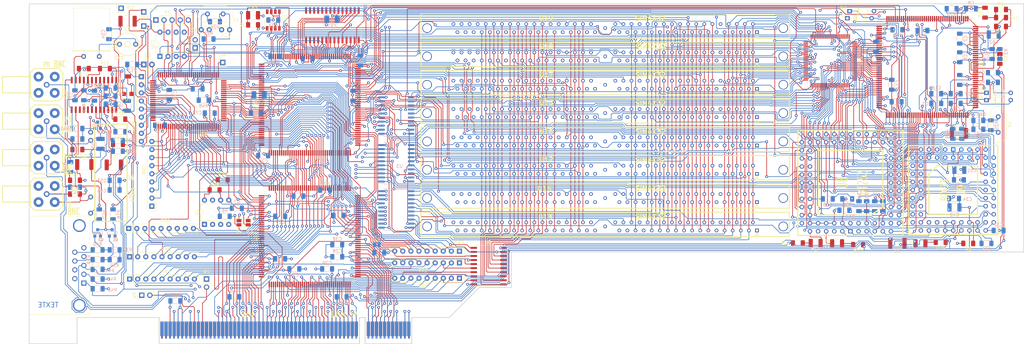
<source format=kicad_pcb>
(kicad_pcb (version 20231007) (generator pcbnew)

  (general
    (thickness 1.600198)
  )

  (paper "A3")
  (title_block
    (title "KiCad demo")
    (date "2015-10-14")
    (rev "1.A")
  )

  (layers
    (0 "F.Cu" signal "top_copper")
    (1 "In1.Cu" signal "GND_layer")
    (2 "In2.Cu" signal "VCC_layer")
    (31 "B.Cu" signal "bottom_copper")
    (32 "B.Adhes" user "B.Adhesive")
    (33 "F.Adhes" user "F.Adhesive")
    (34 "B.Paste" user)
    (35 "F.Paste" user)
    (36 "B.SilkS" user "B.Silkscreen")
    (37 "F.SilkS" user "F.Silkscreen")
    (38 "B.Mask" user)
    (39 "F.Mask" user)
    (40 "Dwgs.User" user "User.Drawings")
    (41 "Cmts.User" user "User.Comments")
    (42 "Eco1.User" user "User.Eco1")
    (43 "Eco2.User" user "User.Eco2")
    (44 "Edge.Cuts" user)
    (45 "Margin" user)
    (46 "B.CrtYd" user "B.Courtyard")
    (47 "F.CrtYd" user "F.Courtyard")
    (48 "B.Fab" user)
    (49 "F.Fab" user)
  )

  (setup
    (stackup
      (layer "F.SilkS" (type "Top Silk Screen") (color "White"))
      (layer "F.Paste" (type "Top Solder Paste"))
      (layer "F.Mask" (type "Top Solder Mask") (color "Green") (thickness 0.01))
      (layer "F.Cu" (type "copper") (thickness 0.035))
      (layer "dielectric 1" (type "core") (thickness 0.480066) (material "FR4") (epsilon_r 4.5) (loss_tangent 0.02))
      (layer "In1.Cu" (type "copper") (thickness 0.035))
      (layer "dielectric 2" (type "prepreg") (thickness 0.480066) (material "FR4") (epsilon_r 4.5) (loss_tangent 0.02))
      (layer "In2.Cu" (type "copper") (thickness 0.035))
      (layer "dielectric 3" (type "core") (thickness 0.480066) (material "FR4") (epsilon_r 4.5) (loss_tangent 0.02))
      (layer "B.Cu" (type "copper") (thickness 0.035))
      (layer "B.Mask" (type "Bottom Solder Mask") (color "Green") (thickness 0.01))
      (layer "B.Paste" (type "Bottom Solder Paste"))
      (layer "B.SilkS" (type "Bottom Silk Screen") (color "White"))
      (copper_finish "HAL lead-free")
      (dielectric_constraints no)
    )
    (pad_to_mask_clearance 0)
    (aux_axis_origin 40.9 173.1)
    (pcbplotparams
      (layerselection 0x00010fc_ffffffff)
      (plot_on_all_layers_selection 0x0001000_00000000)
      (disableapertmacros false)
      (usegerberextensions false)
      (usegerberattributes true)
      (usegerberadvancedattributes true)
      (creategerberjobfile true)
      (dashed_line_dash_ratio 12.000000)
      (dashed_line_gap_ratio 3.000000)
      (svgprecision 6)
      (plotframeref false)
      (viasonmask false)
      (mode 1)
      (useauxorigin false)
      (hpglpennumber 1)
      (hpglpenspeed 20)
      (hpglpendiameter 15.000000)
      (pdf_front_fp_property_popups true)
      (pdf_back_fp_property_popups true)
      (dxfpolygonmode true)
      (dxfimperialunits true)
      (dxfusepcbnewfont true)
      (psnegative false)
      (psa4output false)
      (plotreference true)
      (plotvalue true)
      (plotfptext true)
      (plotinvisibletext false)
      (sketchpadsonfab false)
      (subtractmaskfromsilk false)
      (outputformat 1)
      (mirror false)
      (drillshape 0)
      (scaleselection 1)
      (outputdirectory "plots")
    )
  )

  (net 0 "")
  (net 1 "+12V")
  (net 2 "+3.3V")
  (net 3 "+5F")
  (net 4 "/ESVIDEO-RVB/OE_RVB-")
  (net 5 "/ESVIDEO-RVB/REF+")
  (net 6 "/ESVIDEO-RVB/VAA")
  (net 7 "/buspci.sch/EA1")
  (net 8 "/buspci.sch/EA10")
  (net 9 "/buspci.sch/EA11")
  (net 10 "/buspci.sch/EA12")
  (net 11 "/buspci.sch/EA13")
  (net 12 "/buspci.sch/EA14")
  (net 13 "/buspci.sch/EA15")
  (net 14 "/buspci.sch/EA2")
  (net 15 "/buspci.sch/EA3")
  (net 16 "/buspci.sch/EA4")
  (net 17 "/buspci.sch/EA5")
  (net 18 "/buspci.sch/EA6")
  (net 19 "/buspci.sch/EA7")
  (net 20 "/buspci.sch/EA9")
  (net 21 "/buspci.sch/EQ0")
  (net 22 "/buspci.sch/EQ1")
  (net 23 "/buspci.sch/EQ2")
  (net 24 "/buspci.sch/EQ3")
  (net 25 "/buspci.sch/EQ4")
  (net 26 "/buspci.sch/EQ5")
  (net 27 "/buspci.sch/EQ6")
  (net 28 "/buspci.sch/EQ7")
  (net 29 "/buspci.sch/P_AD0")
  (net 30 "/buspci.sch/P_AD1")
  (net 31 "/buspci.sch/P_AD10")
  (net 32 "/buspci.sch/P_AD11")
  (net 33 "/buspci.sch/P_AD12")
  (net 34 "/buspci.sch/P_AD13")
  (net 35 "/buspci.sch/P_AD14")
  (net 36 "/buspci.sch/P_AD15")
  (net 37 "/buspci.sch/P_AD16")
  (net 38 "/buspci.sch/P_AD17")
  (net 39 "/buspci.sch/P_AD18")
  (net 40 "/buspci.sch/P_AD19")
  (net 41 "/buspci.sch/P_AD2")
  (net 42 "/buspci.sch/P_AD20")
  (net 43 "/buspci.sch/P_AD21")
  (net 44 "/buspci.sch/P_AD22")
  (net 45 "/buspci.sch/P_AD23")
  (net 46 "/buspci.sch/P_AD24")
  (net 47 "/buspci.sch/P_AD25")
  (net 48 "/buspci.sch/P_AD26")
  (net 49 "/buspci.sch/P_AD27")
  (net 50 "/buspci.sch/P_AD28")
  (net 51 "/buspci.sch/P_AD29")
  (net 52 "/buspci.sch/P_AD3")
  (net 53 "/buspci.sch/P_AD30")
  (net 54 "/buspci.sch/P_AD31")
  (net 55 "/buspci.sch/P_AD4")
  (net 56 "/buspci.sch/P_AD5")
  (net 57 "/buspci.sch/P_AD6")
  (net 58 "/buspci.sch/P_AD7")
  (net 59 "/buspci.sch/P_AD8")
  (net 60 "/buspci.sch/P_AD9")
  (net 61 "unconnected-(BUS1-TRST#-PadA1)")
  (net 62 "unconnected-(BUS1-3.3VAUX-PadA14)")
  (net 63 "Net-(BUS1-TDI)")
  (net 64 "unconnected-(BUS1-TCK-PadB2)")
  (net 65 "/buspci.sch/P_CLK")
  (net 66 "/buspci.sch/P_DEVSEL#")
  (net 67 "/buspci.sch/P_FRAME#")
  (net 68 "/buspci.sch/P_GNT#")
  (net 69 "/buspci.sch/P_IDSEL")
  (net 70 "/buspci.sch/P_INTA#")
  (net 71 "/buspci.sch/P_IRDY#")
  (net 72 "/buspci.sch/P_LOCK#")
  (net 73 "/buspci.sch/P_PAR")
  (net 74 "/buspci.sch/P_PERR#")
  (net 75 "/buspci.sch/P_REQ#")
  (net 76 "/buspci.sch/P_RST#")
  (net 77 "/buspci.sch/P_SERR#")
  (net 78 "/buspci.sch/P_STOP#")
  (net 79 "/buspci.sch/P_TRDY#")
  (net 80 "/graphic/14MHZOUT")
  (net 81 "/graphic/CCLK")
  (net 82 "/graphic/CLK10MHz")
  (net 83 "/graphic/CSIO-")
  (net 84 "/graphic/DIN")
  (net 85 "/graphic/DONE")
  (net 86 "/graphic/HDOUT")
  (net 87 "/graphic/HDREFOUT")
  (net 88 "/graphic/IA0")
  (net 89 "/graphic/IA1")
  (net 90 "/graphic/IA2")
  (net 91 "/graphic/IA3")
  (net 92 "/graphic/IA4")
  (net 93 "/graphic/IA5")
  (net 94 "/graphic/IA6")
  (net 95 "/graphic/IA7")
  (net 96 "/graphic/IA8")
  (net 97 "/graphic/IA9")
  (net 98 "/graphic/ICAS-")
  (net 99 "/graphic/ID0")
  (net 100 "/graphic/ID1")
  (net 101 "/graphic/ID2")
  (net 102 "/graphic/ID3")
  (net 103 "/graphic/IOE-")
  (net 104 "/graphic/IRAS-")
  (net 105 "/graphic/IWR-")
  (net 106 "/graphic/LED")
  (net 107 "/graphic/PROG*")
  (net 108 "/graphic/RESERV1")
  (net 109 "/graphic/VOSC")
  (net 110 "/graphic/XTAL_I")
  (net 111 "/graphic/X_DIN")
  (net 112 "/modul/CHROM")
  (net 113 "/modul/CVBS")
  (net 114 "/modul/LUM")
  (net 115 "/pal-ntsc.sch/C-VIDEO")
  (net 116 "/pal-ntsc.sch/VAF")
  (net 117 "/pal-ntsc.sch/Y-VIDEO")
  (net 118 "/pal-ntsc.sch/Y_SYNC")
  (net 119 "GND")
  (net 120 "unconnected-(BUS1-RESERVED-PadA13)")
  (net 121 "unconnected-(BUS1--12V-PadB1)")
  (net 122 "unconnected-(BUS1-RESERVED-PadA40)")
  (net 123 "unconnected-(BUS1-RESERVED-PadB12)")
  (net 124 "unconnected-(BUS1-RESERVED-PadA12)")
  (net 125 "unconnected-(BUS1-TCK-PadB2)_0")
  (net 126 "unconnected-(BUS1--12V-PadB1)_0")
  (net 127 "unconnected-(BUS1-RESERVED-PadB14)")
  (net 128 "/buspci.sch/P_C{slash}BE0#")
  (net 129 "unconnected-(BUS1-TMS-PadA3)")
  (net 130 "unconnected-(BUS1-INTC#-PadA7)")
  (net 131 "unconnected-(BUS1-RESERVED-PadA11)")
  (net 132 "Net-(BUS1-PRSNT1#)")
  (net 133 "unconnected-(BUS1-RESERVED-PadB13)")
  (net 134 "Net-(BUS1-PRSNT2#)")
  (net 135 "unconnected-(BUS1-TRST#-PadA1)_0")
  (net 136 "/buspci.sch/P_C{slash}BE3#")
  (net 137 "/buspci.sch/P_C{slash}BE2#")
  (net 138 "/buspci.sch/P_C{slash}BE1#")
  (net 139 "unconnected-(BUS1-RESERVED-PadA12)_0")
  (net 140 "Net-(C1-Pad1)")
  (net 141 "Net-(U10-SYNC_DET)")
  (net 142 "Net-(C3-Pad1)")
  (net 143 "Net-(C4-Pad1)")
  (net 144 "Net-(U10-VIN_C)")
  (net 145 "Net-(C5-Pad2)")
  (net 146 "Net-(U10-CREF+)")
  (net 147 "Net-(U10-CLEVEL)")
  (net 148 "Net-(U10-VIN_Y{slash}COMP.)")
  (net 149 "Net-(C8-Pad2)")
  (net 150 "Net-(U10-N{slash}C)")
  (net 151 "Net-(U9-VREF)")
  (net 152 "Net-(U9-IREF)")
  (net 153 "Net-(U9-COMP)")
  (net 154 "Net-(U8-CEXT2)")
  (net 155 "Net-(C36-Pad2)")
  (net 156 "Net-(U8-RVID0)")
  (net 157 "Net-(C39-Pad2)")
  (net 158 "Net-(U8-GVID0)")
  (net 159 "Net-(C40-Pad2)")
  (net 160 "Net-(U8-BVID0)")
  (net 161 "Net-(C41-Pad2)")
  (net 162 "Net-(U20-VOFF)")
  (net 163 "Net-(U20-UOFF)")
  (net 164 "Net-(U20-FLT)")
  (net 165 "Net-(C46-Pad1)")
  (net 166 "Net-(U20-VREF)")
  (net 167 "Net-(C49-Pad1)")
  (net 168 "Net-(U20-VCC)")
  (net 169 "Net-(U20-B)")
  (net 170 "Net-(U20-G)")
  (net 171 "Net-(U20-R)")
  (net 172 "Net-(C61-Pad1)")
  (net 173 "Net-(U20-CS)")
  (net 174 "Net-(U10-XTAL1_OUT)")
  (net 175 "Net-(U10-XTAL1_IN)")
  (net 176 "Net-(CV1-Pad1)")
  (net 177 "Net-(D6-A)")
  (net 178 "Net-(U20-NOTCH)")
  (net 179 "Net-(L6-Pad1)")
  (net 180 "Net-(U20-Y+SIN)")
  (net 181 "Net-(P4-P1)")
  (net 182 "Net-(U23-SGCK3)")
  (net 183 "Net-(U23-P87)")
  (net 184 "Net-(U23-PGCK4)")
  (net 185 "Net-(POT1-Pad1)")
  (net 186 "Net-(Q1-E)")
  (net 187 "Net-(Q1-B)")
  (net 188 "Net-(Q2-E)")
  (net 189 "Net-(Q2-B)")
  (net 190 "Net-(Q3-E)")
  (net 191 "Net-(Q3-B)")
  (net 192 "Net-(U20-MCTR)")
  (net 193 "Net-(U11-MODE_16{slash}32)")
  (net 194 "Net-(U11-FLT#)")
  (net 195 "Net-(U11-SNV)")
  (net 196 "Net-(U20-B{slash}ADJ)")
  (net 197 "Net-(U20-Y+SOUT)")
  (net 198 "Net-(U10-OUT_C)")
  (net 199 "Net-(U10-R{slash}2)")
  (net 200 "Net-(U1-SCL)")
  (net 201 "Net-(U1-SDA)")
  (net 202 "Net-(U8-CEXT1)")
  (net 203 "Net-(U8-RSET)")
  (net 204 "unconnected-(BUS1-RESERVED-PadA41)")
  (net 205 "unconnected-(BUS1-RESERVED-PadA9)")
  (net 206 "unconnected-(BUS1-RESERVED-PadA40)_0")
  (net 207 "Net-(U8-BIN)")
  (net 208 "+5V")
  (net 209 "/GREEN_IN")
  (net 210 "/RED_IN")
  (net 211 "/RED_OUT")
  (net 212 "/GREEN_OUT")
  (net 213 "/BLUE_OUT")
  (net 214 "/C_OUT")
  (net 215 "/Y_OUT")
  (net 216 "/BLUE_IN")
  (net 217 "/CSYNC-OUT")
  (net 218 "/IRQ_SRL")
  (net 219 "/SELECT-")
  (net 220 "/modul/CVBSOUT")
  (net 221 "/{slash}PCWR")
  (net 222 "/PTATN-")
  (net 223 "/X_IRQ")
  (net 224 "/PTADR-")
  (net 225 "/RDFIFO-")
  (net 226 "/WRFIFDO-")
  (net 227 "/PTRDY-")
  (net 228 "/ACCES_RAM-")
  (net 229 "/WRITE_RAM")
  (net 230 "/CSYNCIN-")
  (net 231 "/RDCAD-")
  (net 232 "/WRCAD-")
  (net 233 "/CLAMP")
  (net 234 "/CLKCAD")
  (net 235 "/BLANK-")
  (net 236 "/CLKCDA")
  (net 237 "/RDCDA-")
  (net 238 "/WRCDA-")
  (net 239 "/OE_PAL-")
  (net 240 "/VD_PAL-")
  (net 241 "/HD_PAL-")
  (net 242 "/BT812_WR-")
  (net 243 "/BT812_RD-")
  (net 244 "/SYSRST-")
  (net 245 "/F_PALIN")
  (net 246 "/PTNUM1")
  (net 247 "/PTNUM0")
  (net 248 "/IRQ-")
  (net 249 "/BPCLK")
  (net 250 "/WRFULL")
  (net 251 "/RDEMPTY")
  (net 252 "/PTWR")
  (net 253 "/PTBURST")
  (net 254 "/RAS5-")
  (net 255 "/CAS0-")
  (net 256 "/CAS1-")
  (net 257 "/CAS2-")
  (net 258 "/CAS3-")
  (net 259 "/WRAM-")
  (net 260 "/RAS7-")
  (net 261 "/RAS6-")
  (net 262 "/RAS3-")
  (net 263 "/RAS4-")
  (net 264 "/RAS2-")
  (net 265 "/RAS1-")
  (net 266 "/RAS0-")
  (net 267 "/X_PROG-")
  (net 268 "/X_DATA")
  (net 269 "/X_CLK")
  (net 270 "/ACQ_ON")
  (net 271 "/X_DONE")
  (net 272 "/{slash}PCRD")
  (net 273 "/DQ29")
  (net 274 "/DQ30")
  (net 275 "/DQ31")
  (net 276 "/DQ26")
  (net 277 "/DQ27")
  (net 278 "/DQ28")
  (net 279 "/DQ25")
  (net 280 "/DQ24")
  (net 281 "/DQ17")
  (net 282 "/DQ16")
  (net 283 "/DQ23")
  (net 284 "/DQ22")
  (net 285 "/DQ21")
  (net 286 "/DQ19")
  (net 287 "/DQ18")
  (net 288 "/DQ20")
  (net 289 "/DQ7")
  (net 290 "/DQ6")
  (net 291 "/DQ5")
  (net 292 "/DQ4")
  (net 293 "/DQ3")
  (net 294 "/DQ2")
  (net 295 "/DQ1")
  (net 296 "/DQ0")
  (net 297 "/DQ8")
  (net 298 "/DQ9")
  (net 299 "/DQ10")
  (net 300 "/DQ11")
  (net 301 "/DQ12")
  (net 302 "/DQ13")
  (net 303 "/DQ14")
  (net 304 "/DQ15")
  (net 305 "/TVRAM0")
  (net 306 "/TVRAM1")
  (net 307 "/TVRAM2")
  (net 308 "/TVRAM3")
  (net 309 "/TVRAM4")
  (net 310 "/TVRAM5")
  (net 311 "/TVRAM6")
  (net 312 "/TVRAM7")
  (net 313 "/TVRAM8")
  (net 314 "/TVRAM9")
  (net 315 "/TVRAM10")
  (net 316 "/TVRAM11")
  (net 317 "/TVRAM12")
  (net 318 "/TVRAM13")
  (net 319 "/TVRAM14")
  (net 320 "/TVRAM15")
  (net 321 "/TVRAM16")
  (net 322 "/TVRAM17")
  (net 323 "/TVRAM18")
  (net 324 "/TVRAM19")
  (net 325 "/TVRAM20")
  (net 326 "/TVRAM21")
  (net 327 "/TVRAM22")
  (net 328 "/TVRAM23")
  (net 329 "/TVRAM24")
  (net 330 "/TVRAM25")
  (net 331 "/TVRAM26")
  (net 332 "/TVRAM27")
  (net 333 "/TVRAM28")
  (net 334 "/TVRAM29")
  (net 335 "/TVRAM30")
  (net 336 "/TVRAM31")
  (net 337 "/PCA0")
  (net 338 "/PCA1")
  (net 339 "/PCA2")
  (net 340 "/TVB7")
  (net 341 "/TVB6")
  (net 342 "/TVB5")
  (net 343 "/TVB4")
  (net 344 "/TVB3")
  (net 345 "/TVB2")
  (net 346 "/TVB1")
  (net 347 "/TVB0")
  (net 348 "/TVG7")
  (net 349 "/TVG6")
  (net 350 "/TVG5")
  (net 351 "/TVG4")
  (net 352 "/TVG3")
  (net 353 "/TVG2")
  (net 354 "/TVG1")
  (net 355 "/TVG0")
  (net 356 "/TVR7")
  (net 357 "/TVR6")
  (net 358 "/TVR5")
  (net 359 "/TVR4")
  (net 360 "/TVR3")
  (net 361 "/TVR2")
  (net 362 "/TVR1")
  (net 363 "/TVR0")
  (net 364 "/TVI0")
  (net 365 "/TVI1")
  (net 366 "/ADR6")
  (net 367 "/ADR2")
  (net 368 "/ADR3")
  (net 369 "/ADR4")
  (net 370 "/ADR5")
  (net 371 "/BE-1")
  (net 372 "/BE-2")
  (net 373 "/BE-3")
  (net 374 "/PTBE-3")
  (net 375 "/PTBE-2")
  (net 376 "/PTBE-1")
  (net 377 "/PTBE-0")
  (net 378 "/BE-0")
  (net 379 "/MXA0")
  (net 380 "/MXA1")
  (net 381 "/MXA2")
  (net 382 "/MXA3")
  (net 383 "/MXA4")
  (net 384 "/MXA5")
  (net 385 "/MXA6")
  (net 386 "/MXA10")
  (net 387 "/MXA7")
  (net 388 "/MXA8")
  (net 389 "/MXA9")
  (net 390 "Net-(U8-GIN)")
  (net 391 "Net-(U8-RIN)")
  (net 392 "unconnected-(BUS1-INTD#-PadB8)")
  (net 393 "unconnected-(BUS1-3.3VAUX-PadA14)_0")
  (net 394 "unconnected-(BUS1-RESERVED-PadB14)_0")
  (net 395 "unconnected-(BUS1-ACK64#-PadB60)")
  (net 396 "unconnected-(BUS1-REQ64#-PadA60)")
  (net 397 "unconnected-(BUS1-RESERVED-PadB10)")
  (net 398 "unconnected-(BUS1-RESERVED-PadA11)_0")
  (net 399 "unconnected-(BUS1-RESERVED-PadB10)_0")
  (net 400 "unconnected-(BUS1-REQ64#-PadA60)_0")
  (net 401 "unconnected-(BUS1-RESERVED-PadA13)_0")
  (net 402 "unconnected-(BUS1-INTB#-PadB7)")
  (net 403 "unconnected-(BUS1-TMS-PadA3)_0")
  (net 404 "unconnected-(BUS1-RESERVED-PadB12)_0")
  (net 405 "unconnected-(BUS1-ACK64#-PadB60)_0")
  (net 406 "unconnected-(BUS1-RESERVED-PadA41)_0")
  (net 407 "unconnected-(BUS1-PME#-PadA19)")
  (net 408 "unconnected-(BUS1-INTC#-PadA7)_0")
  (net 409 "unconnected-(BUS1-INTD#-PadB8)_0")
  (net 410 "unconnected-(BUS1-RESERVED-PadB13)_0")
  (net 411 "unconnected-(BUS1-INTB#-PadB7)_0")
  (net 412 "unconnected-(BUS1-PME#-PadA19)_0")
  (net 413 "unconnected-(BUS1-RESERVED-PadA9)_0")
  (net 414 "unconnected-(U7-CLK{slash}2-Pad8)")
  (net 415 "unconnected-(U8-RVID1-Pad81)")
  (net 416 "unconnected-(U8-BVID1-Pad74)")
  (net 417 "unconnected-(U8-GVID1-Pad77)")
  (net 418 "unconnected-(U8-SYNC1-Pad5)")
  (net 419 "unconnected-(U8-SYNC0-Pad4)")
  (net 420 "unconnected-(U9-CR0-Pad27)")
  (net 421 "unconnected-(U9-S1-Pad6)")
  (net 422 "unconnected-(U9-CR3-Pad30)")
  (net 423 "unconnected-(U9-S0-Pad5)")
  (net 424 "unconnected-(U10-FIELD_1-Pad25)")
  (net 425 "unconnected-(U10-VID1_C-Pad127)")
  (net 426 "unconnected-(U10-VID1_Y-Pad154)")
  (net 427 "unconnected-(U10-VACTIVE-Pad33)")
  (net 428 "unconnected-(U10-CBFLAG-Pad28)")
  (net 429 "unconnected-(U10-VID2_C-Pad129)")
  (net 430 "unconnected-(U10-VID3_C-Pad131)")
  (net 431 "unconnected-(U10-CAPTURE-Pad38)")
  (net 432 "unconnected-(U10-SERROR-Pad37)")
  (net 433 "unconnected-(U10-VID3_Y-Pad150)")
  (net 434 "unconnected-(U10-FIELD_2-Pad27)")
  (net 435 "unconnected-(U10-ACTIVE-Pad32)")
  (net 436 "unconnected-(U10-XTAL2_IN-Pad106)")
  (net 437 "unconnected-(U10-HACTIVE-Pad35)")
  (net 438 "unconnected-(U10-CLKX2-Pad105)")
  (net 439 "unconnected-(U10-XTAL2_OUT-Pad107)")
  (net 440 "unconnected-(U10-FIELD_0-Pad26)")
  (net 441 "unconnected-(U10-VALID-Pad29)")
  (net 442 "unconnected-(U10-VID2_Y-Pad152)")
  (net 443 "unconnected-(U10-TDO-Pad101)")
  (net 444 "unconnected-(U11-NC-Pad136)")
  (net 445 "unconnected-(U11-NC-Pad134)")
  (net 446 "unconnected-(U12-NC-Pad38)")
  (net 447 "unconnected-(U12-NC-Pad33)")
  (net 448 "unconnected-(U12-NC-Pad37)")
  (net 449 "unconnected-(U12-NC-Pad66)")
  (net 450 "unconnected-(U12-NC-Pad11)")
  (net 451 "unconnected-(U12-PRD1-Pad68)")
  (net 452 "unconnected-(U12-PRD2-Pad69)")
  (net 453 "unconnected-(U12-NC-Pad45)")
  (net 454 "unconnected-(U12-NC-Pad71)")
  (net 455 "Net-(U20-OSC)")
  (net 456 "unconnected-(U12-NC-Pad36)")
  (net 457 "unconnected-(U12-NC-Pad29)")
  (net 458 "unconnected-(U12-PRD3-Pad70)")
  (net 459 "unconnected-(U12-NC-Pad48)")
  (net 460 "unconnected-(U12-PRD0-Pad67)")
  (net 461 "unconnected-(U12-NC-Pad46)")
  (net 462 "unconnected-(U12-NC-Pad35)")
  (net 463 "unconnected-(U13-PRD3-Pad70)")
  (net 464 "unconnected-(U13-NC-Pad37)")
  (net 465 "unconnected-(U13-PRD1-Pad68)")
  (net 466 "unconnected-(U13-NC-Pad11)")
  (net 467 "unconnected-(U13-NC-Pad35)")
  (net 468 "unconnected-(U13-NC-Pad33)")
  (net 469 "unconnected-(U13-NC-Pad71)")
  (net 470 "unconnected-(U13-NC-Pad36)")
  (net 471 "unconnected-(U13-NC-Pad29)")
  (net 472 "unconnected-(U13-NC-Pad46)")
  (net 473 "unconnected-(U13-NC-Pad45)")
  (net 474 "unconnected-(U13-NC-Pad48)")
  (net 475 "unconnected-(U13-NC-Pad38)")
  (net 476 "unconnected-(U13-PRD2-Pad69)")
  (net 477 "unconnected-(U13-PRD0-Pad67)")
  (net 478 "unconnected-(U13-NC-Pad66)")
  (net 479 "unconnected-(U14-NC-Pad66)")
  (net 480 "unconnected-(U14-PRD3-Pad70)")
  (net 481 "unconnected-(U14-PRD0-Pad67)")
  (net 482 "unconnected-(U14-NC-Pad29)")
  (net 483 "unconnected-(U14-NC-Pad36)")
  (net 484 "unconnected-(U14-NC-Pad33)")
  (net 485 "unconnected-(U14-NC-Pad38)")
  (net 486 "unconnected-(U14-PRD2-Pad69)")
  (net 487 "unconnected-(U14-NC-Pad46)")
  (net 488 "unconnected-(U14-NC-Pad35)")
  (net 489 "unconnected-(U14-NC-Pad11)")
  (net 490 "unconnected-(U14-NC-Pad71)")
  (net 491 "unconnected-(U14-NC-Pad37)")
  (net 492 "unconnected-(U14-NC-Pad48)")
  (net 493 "unconnected-(U14-PRD1-Pad68)")
  (net 494 "unconnected-(U14-NC-Pad45)")
  (net 495 "unconnected-(U15-NC-Pad38)")
  (net 496 "unconnected-(U15-PRD1-Pad68)")
  (net 497 "unconnected-(U15-NC-Pad45)")
  (net 498 "unconnected-(U15-NC-Pad36)")
  (net 499 "unconnected-(U15-NC-Pad35)")
  (net 500 "unconnected-(U15-PRD3-Pad70)")
  (net 501 "unconnected-(U15-NC-Pad66)")
  (net 502 "unconnected-(U15-NC-Pad33)")
  (net 503 "unconnected-(U15-PRD0-Pad67)")
  (net 504 "unconnected-(U15-PRD2-Pad69)")
  (net 505 "unconnected-(U15-NC-Pad29)")
  (net 506 "unconnected-(U15-NC-Pad11)")
  (net 507 "unconnected-(U15-NC-Pad48)")
  (net 508 "unconnected-(U15-NC-Pad71)")
  (net 509 "unconnected-(U15-NC-Pad46)")
  (net 510 "unconnected-(U15-NC-Pad37)")
  (net 511 "unconnected-(U16-NC-Pad37)")
  (net 512 "unconnected-(U16-NC-Pad48)")
  (net 513 "unconnected-(U16-PRD0-Pad67)")
  (net 514 "unconnected-(U16-NC-Pad35)")
  (net 515 "unconnected-(U16-NC-Pad45)")
  (net 516 "unconnected-(U16-NC-Pad66)")
  (net 517 "unconnected-(U16-NC-Pad46)")
  (net 518 "unconnected-(U16-PRD2-Pad69)")
  (net 519 "unconnected-(U16-NC-Pad71)")
  (net 520 "unconnected-(U16-PRD1-Pad68)")
  (net 521 "unconnected-(U16-NC-Pad36)")
  (net 522 "unconnected-(U16-NC-Pad38)")
  (net 523 "unconnected-(U16-NC-Pad11)")
  (net 524 "unconnected-(U16-NC-Pad29)")
  (net 525 "unconnected-(U16-NC-Pad33)")
  (net 526 "unconnected-(U16-PRD3-Pad70)")
  (net 527 "unconnected-(U17-NC-Pad66)")
  (net 528 "unconnected-(U17-NC-Pad71)")
  (net 529 "unconnected-(U17-NC-Pad48)")
  (net 530 "unconnected-(U17-NC-Pad36)")
  (net 531 "unconnected-(U17-NC-Pad33)")
  (net 532 "unconnected-(U17-NC-Pad35)")
  (net 533 "unconnected-(U17-NC-Pad11)")
  (net 534 "unconnected-(U17-PRD1-Pad68)")
  (net 535 "unconnected-(U17-NC-Pad45)")
  (net 536 "unconnected-(U17-NC-Pad29)")
  (net 537 "unconnected-(U17-PRD0-Pad67)")
  (net 538 "unconnected-(U17-PRD2-Pad69)")
  (net 539 "unconnected-(U17-NC-Pad38)")
  (net 540 "unconnected-(U17-NC-Pad37)")
  (net 541 "unconnected-(U17-NC-Pad46)")
  (net 542 "unconnected-(U17-PRD3-Pad70)")
  (net 543 "unconnected-(U18-NC-Pad33)")
  (net 544 "unconnected-(U18-PRD3-Pad70)")
  (net 545 "unconnected-(U18-NC-Pad36)")
  (net 546 "unconnected-(U18-NC-Pad46)")
  (net 547 "unconnected-(U18-PRD1-Pad68)")
  (net 548 "unconnected-(U18-NC-Pad66)")
  (net 549 "unconnected-(U18-NC-Pad71)")
  (net 550 "unconnected-(U18-NC-Pad37)")
  (net 551 "unconnected-(U18-PRD2-Pad69)")
  (net 552 "unconnected-(U18-NC-Pad29)")
  (net 553 "unconnected-(U18-NC-Pad11)")
  (net 554 "unconnected-(U18-NC-Pad48)")
  (net 555 "unconnected-(U18-NC-Pad45)")
  (net 556 "unconnected-(U18-NC-Pad38)")
  (net 557 "unconnected-(U18-NC-Pad35)")
  (net 558 "unconnected-(U18-PRD0-Pad67)")
  (net 559 "unconnected-(U19-NC-Pad33)")
  (net 560 "unconnected-(U19-NC-Pad66)")
  (net 561 "unconnected-(U19-PRD2-Pad69)")
  (net 562 "unconnected-(U19-NC-Pad37)")
  (net 563 "unconnected-(U19-NC-Pad29)")
  (net 564 "unconnected-(U19-NC-Pad48)")
  (net 565 "unconnected-(U19-PRD0-Pad67)")
  (net 566 "unconnected-(U19-NC-Pad71)")
  (net 567 "unconnected-(U19-NC-Pad38)")
  (net 568 "unconnected-(U19-NC-Pad35)")
  (net 569 "unconnected-(U19-NC-Pad36)")
  (net 570 "unconnected-(U19-NC-Pad11)")
  (net 571 "unconnected-(U19-PRD3-Pad70)")
  (net 572 "unconnected-(U19-NC-Pad45)")
  (net 573 "unconnected-(U19-PRD1-Pad68)")
  (net 574 "unconnected-(U19-NC-Pad46)")
  (net 575 "unconnected-(U20-H{slash}2-Pad4)")
  (net 576 "unconnected-(U20-Y-Pad5)")
  (net 577 "unconnected-(U20--B.Y-Pad3)")
  (net 578 "unconnected-(U20--R.Y-Pad1)")
  (net 579 "unconnected-(U21-CEO-Pad6)")
  (net 580 "unconnected-(U22-P65-Pad65)")
  (net 581 "unconnected-(U22-P15-Pad15)")
  (net 582 "unconnected-(U22-P{slash}LDC-Pad30)")
  (net 583 "unconnected-(U22-P{slash}TDI-Pad4)")
  (net 584 "unconnected-(U22-PGCK2-Pad27)")
  (net 585 "unconnected-(U22-P{slash}A3-Pad6)")
  (net 586 "unconnected-(U22-TDO-Pad76)")
  (net 587 "unconnected-(U22-P14-Pad14)")
  (net 588 "unconnected-(U22-P66-Pad66)")
  (net 589 "unconnected-(U22-P{slash}A17-Pad3)")
  (net 590 "unconnected-(U22-P{slash}TCK-Pad5)")
  (net 591 "unconnected-(U22-P{slash}A4-Pad10)")
  (net 592 "unconnected-(U22-DOUT{slash}SGCK4-Pad73)")
  (net 593 "unconnected-(U22-P16-Pad16)")
  (net 594 "unconnected-(U23-P98-Pad98)")
  (net 595 "unconnected-(U23-P100-Pad100)")
  (net 596 "unconnected-(U23-P50-Pad50)")
  (net 597 "unconnected-(U23-P49-Pad49)")
  (net 598 "unconnected-(U23-TDO-Pad79)")
  (net 599 "unconnected-(U23-P33{slash}LDC-Pad33)")
  (net 600 "unconnected-(U23-P68-Pad68)")
  (net 601 "unconnected-(U23-SGCK1-Pad2)")
  (net 602 "unconnected-(U23-P99-Pad99)")
  (net 603 "unconnected-(U23-P62-Pad62)")
  (net 604 "unconnected-(U23-P58-Pad58)")
  (net 605 "unconnected-(U23-DOUT{slash}SGCK4-Pad76)")
  (net 606 "unconnected-(U23-P31{slash}HDC-Pad31)")
  (net 607 "unconnected-(U23-P60-Pad60)")
  (net 608 "unconnected-(U24-PGCK3-Pad84)")
  (net 609 "unconnected-(U24-TDO-Pad121)")

  (footprint "footprints:BUSPCI" (layer "F.Cu") (at 158.115 158.75))

  (footprint "Resistor_SMD:R_1206_3216Metric_Pad1.30x1.75mm_HandSolder" (layer "F.Cu") (at 358.521 58.293))

  (footprint "Resistor_SMD:R_1206_3216Metric_Pad1.30x1.75mm_HandSolder" (layer "F.Cu") (at 358.14 73.787 -90))

  (footprint "Resistor_SMD:R_1210_3225Metric_Pad1.30x2.65mm_HandSolder" (layer "F.Cu") (at 333.248 131.699))

  (footprint "Resistor_SMD:R_1210_3225Metric_Pad1.30x2.65mm_HandSolder" (layer "F.Cu") (at 307.086 131.699))

  (footprint "Resistor_SMD:R_1210_3225Metric_Pad1.30x2.65mm_HandSolder" (layer "F.Cu") (at 300.355 131.572 180))

  (footprint "Resistor_SMD:R_1206_3216Metric_Pad1.30x1.75mm_HandSolder" (layer "F.Cu") (at 358.521 60.833))

  (footprint "Capacitor_THT:C_Disc_D3.0mm_W2.0mm_P2.50mm" (layer "F.Cu") (at 116.459 64.643 180))

  (footprint "Capacitor_THT:C_Disc_D3.0mm_W2.0mm_P2.50mm" (layer "F.Cu") (at 107.569 64.643))

  (footprint "Resistor_SMD:R_1206_3216Metric_Pad1.30x1.75mm_HandSolder" (layer "F.Cu") (at 82.169 92.71))

  (footprint "Resistor_SMD:R_1206_3216Metric_Pad1.30x1.75mm_HandSolder" (layer "F.Cu") (at 81.432003 100.609389))

  (footprint "Resistor_SMD:R_1206_3216Metric_Pad1.30x1.75mm_HandSolder" (layer "F.Cu") (at 68.707 102.235 180))

  (footprint "Resistor_SMD:R_1210_3225Metric_Pad1.30x2.65mm_HandSolder" (layer "F.Cu") (at 123.825 60.092628))

  (footprint "footprints:CV3-30PF" (layer "F.Cu") (at 84.455 69.215 180))

  (footprint "footprints:D_DO-34_SOD68_P7.62mm_Horizontal" (layer "F.Cu") (at 310.300142 61.039361))

  (footprint "footprints:D_DO-34_SOD68_P7.62mm_Horizontal" (layer "F.Cu") (at 311.023 58.801))

  (footprint "footprints:D_DO-34_SOD68_P7.62mm_Horizontal" (layer "F.Cu") (at 353.949 84.455))

  (footprint "footprints:D_DO-34_SOD68_P7.62mm_Horizontal" (layer "F.Cu") (at 353.949 86.719165))

  (footprint "footprints:LED_D3.0mm" (layer "F.Cu") (at 89.535 75.565))

  (footprint "Resistor_SMD:R_1812_4532Metric_Pad1.30x3.40mm_HandSolder" (layer "F.Cu") (at 80.137 107.061))

  (footprint "Resistor_SMD:R_1812_4532Metric_Pad1.30x3.40mm_HandSolder" (layer "F.Cu") (at 84.455 61.976 180))

  (footprint "Resistor_SMD:R_1812_4532Metric_Pad1.30x3.40mm_HandSolder" (layer "F.Cu") (at 70.866 106.934))

  (footprint "Resistor_SMD:R_1812_4532Metric_Pad1.30x3.40mm_HandSolder" (layer "F.Cu") (at 345.313 97.155))

  (footprint "Resistor_SMD:R_1812_4532Metric_Pad1.30x3.40mm_HandSolder" (layer "F.Cu") (at 326.009 131.572 180))

  (footprint "footprints:LRTDK" (layer "F.Cu") (at 72.873768 109.506012 -90))

  (footprint "footprints:subclick" (layer "F.Cu") (at 59.055 104.775 180))

  (footprint "footprints:subclick" (layer "F.Cu") (at 59.055 116.205 180))

  (footprint "footprints:subclick" (layer "F.Cu") (at 59.055 93.345 180))

  (footprint "Connector_PinHeader_2.54mm:PinHeader_1x02_P2.54mm_Vertical" (layer "F.Cu") (at 105.664 70.358 180))

  (footprint "Connector_PinHeader_2.54mm:PinHeader_1x05_P2.54mm_Vertical" (layer "F.Cu")
    (tstamp 00000000-0000-0000-0000-00005402ceb5)
    (at 93.345 61.595 90)
    (descr "Through hole straight pin header, 1x05, 2.54mm pitch, single row")
    (tags "Through hole pin header THT 1x05 2.54mm single row")
    (property "Reference" "P5" (at 2.395 3.655 180) (layer "F.SilkS") (tstamp 06f882a8-da16-4e09-a316-9f858dd9fc2e)
      (effects (font (size 1 1) (thickness 0.15)))
    )
    (property "Value" "CONN_5" (at 0 12.49 90) (layer "F.Fab") (tstamp 94a33469-0d7b-40c1-bc99-3e70ba224957)
      (effects (font (size 1 1) (thickness 0.15)))
    )
    (property "Footprint" "" (at 0 0 90 unlocked) (layer "F.Fab") hide (tstamp 69abb59b-8119-41a0-a3ce-7bed2918cf63)
      (effects (font (size 1.27 1.27)))
    )
    (property "Datasheet" "" (at 0 0 90 unlocked) (layer "F.Fab") hide (tstamp 1800d37f-e128-42ff-957d-996a6e7588cd)
      (effects (font (size 1.27 1.27)))
    )
    (property "Description" "" (at 0 0 90 unlocked) (layer "F.Fab") hide (tstamp db70b6c5-fdc6-4633-b8ae-4259c3df7c19)
      (effects (font (size 1.27 1.27)))
    )
    (path "/00000000-0000-0000-0000-00004bf03683/00000000-0000-0000-0000-000033a7dfab")
    (sheetname "graphic")
    (sheetfile "graphic.kicad_sch")
    (attr through_hole)
    (fp_line (start -1.33 -1.33) (end 0 -1.33)
      (stroke (width 0.12) (type solid)) (layer "F.SilkS") (tstamp 8a6a993f-56f2-4109-9783-1836660cfe23))
    (fp_line (start -1.33 0) (end -1.33 -1.33)
      (stroke (width 0.12) (type solid)) (layer "F.SilkS") (tstamp 54bb526c-d8b1-4883-b809-d8b3cd7f920c))
    (fp_line (start 1.33 1.27) (end 1.33 11.49)
      (stroke (width 0.12) (type solid)) (layer "F.SilkS") (tstamp 9e2ebfd7-5421-4a61-823d-4627a923dbc9))
    (fp_line (start -1.33 1.27) (end 1.33 1.27)
      (stroke (width 0.12) (type solid)) (layer "F.SilkS") (tstamp b77a6692-bdc5-49ae-a362-84e72dd85982))
    (fp_line (start -1.33 1.27) (end -1.33 11.49)
      (stroke (width 0.12) (type solid)) (layer "F.SilkS") (tstamp f11424f5-6298-4466-94e5-56cf6ed60791))
    (fp_line (start -1.33 11.49) (end 1.33 11.49)
      (stroke (width 0.12) (type solid)) (layer "F.SilkS") (tstamp 0a57b932-1732-4b2c-aa10-e08647e05755))
    (fp_line (start 1.8 -1.8) (end -1.8 -1.8)
      (stroke (width 0.05) (type solid)) (layer "F.CrtYd") (tstamp 7464092d-936d-49ab-9832-06a76920de0d))
    (fp_line (start -1.8 -1.8) (end -1.8 11.95)
      (stroke (width 0.05) (type solid)) (layer "F.CrtYd") (tstamp 00fde114-e76b-4e33-9c10-9004e3cda268))
    (fp_line (start 1.8 11.95) (end 1.8 -1.8)
      (stroke (width 0.05) (type solid)) (layer "F.CrtYd") (tstamp 196b545a-b2b0-4bb8-9173-52e39d0e3e76))
    (fp_line (start -1.8 11.95) (end 1.8 11.95)
      (stroke (width 0.05) (type solid)) (layer "F.CrtYd") (tstamp b8419abe-9ad6-4573-9a7a-fe700f6fe104))
    (fp_line (start 1.27 -1.27) (end 1.27 11.43)
      (stroke (width 0.1) (type solid)) (layer "F.Fab") (tstamp a5e6a3f9-266d-4686-9c6f-0d5eb258b7b9))
    (fp_line (start -0.635 -1.27) (end 1.27 -1.27)
      (stroke (width 0.1) (type solid)) (layer "F.Fab") (tstamp bd27f7fd-e910-4f52-be9c-11ae4a2933fb))
    (fp_line (start -1.27 -0.635) (end -0.635 -1.27)
      (stroke (width 0.1) (type solid)) (layer "F.Fab") (tstamp 79b438b5-4d32-4d1a-9b54-10061660b289))
    (fp_line (start 1.27 11.43) (end -1.27 11.43)
      (stroke (width 0.1) (type solid)) (layer "F.Fab") (tstamp 3654cf75-508d-4730-bdb2-e4f1c0c521e0))
    (fp_line (start -1.27 11.43) (end -1.27 -0.635)
      (stroke (width 0.1) (type solid)) (layer "F.Fab") (tstamp b71ad8a1-3ceb-46c9-a261-13433885a87c))
    (fp_text user "${REFERENCE}" (at 0 5.08 180) (layer "F.Fab") (tstamp 86d33202-6aea-4d03-b2eb-88851ba1f0be)
      (effects (font (size 1 1) (thickness 0.15)))
    )
    (pad "1" thru_hole rect (at 0 0 90) (size 1.7 1.7) (drill 1) (layers "*.Cu" "*.Mask")
      (net 119 "GND") (pintype "passive")
      (tstamp 62cdc9cf-505c-4712-82c7-d0ed1b70f48f)
    )
    (pad "2" thru_hole oval (at 0 2.54 90) (size 1.7 1.7) (drill 1) (layers "*.Cu" "*.Mask")
      (net 81 "/graphic/CCLK") (pintype "passive")
      (tstamp f6e2632c-e39b-45e5-b070-4fdd9e0f6c85)
    )
    (pad "3" thru_hole oval (at 0 5.08 90) (size 1.7 1.7) (drill 1) (layers "*.Cu" "*.Mask")
      (net 84 "/graphic/DIN") (pintype "passive")
      (tstamp 4d90337a-024e-43f0-b416-2d731895c976)
    )
    (pad "4" thru_hole oval (at 0 7.62 90) (size 1.7 1.7) (drill 1) (layers "*.
... [8450436 chars truncated]
</source>
